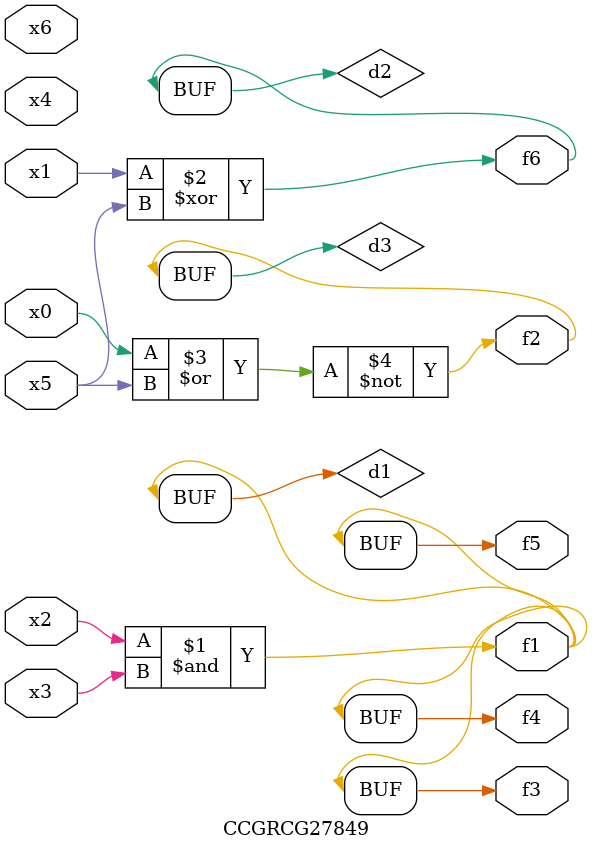
<source format=v>
module CCGRCG27849(
	input x0, x1, x2, x3, x4, x5, x6,
	output f1, f2, f3, f4, f5, f6
);

	wire d1, d2, d3;

	and (d1, x2, x3);
	xor (d2, x1, x5);
	nor (d3, x0, x5);
	assign f1 = d1;
	assign f2 = d3;
	assign f3 = d1;
	assign f4 = d1;
	assign f5 = d1;
	assign f6 = d2;
endmodule

</source>
